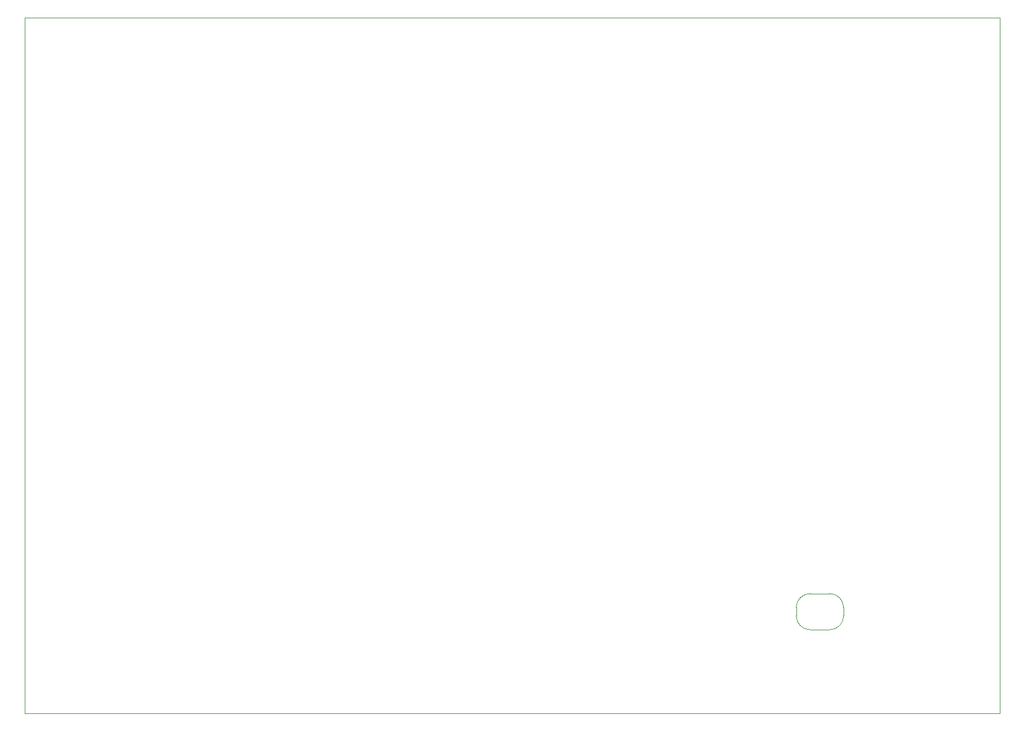
<source format=gbr>
%TF.GenerationSoftware,KiCad,Pcbnew,8.0.1*%
%TF.CreationDate,2024-04-21T01:25:57+02:00*%
%TF.ProjectId,EKO_MyMiner,454b4f5f-4d79-44d6-996e-65722e6b6963,rev?*%
%TF.SameCoordinates,Original*%
%TF.FileFunction,Profile,NP*%
%FSLAX46Y46*%
G04 Gerber Fmt 4.6, Leading zero omitted, Abs format (unit mm)*
G04 Created by KiCad (PCBNEW 8.0.1) date 2024-04-21 01:25:57*
%MOMM*%
%LPD*%
G01*
G04 APERTURE LIST*
%TA.AperFunction,Profile*%
%ADD10C,0.100000*%
%TD*%
G04 APERTURE END LIST*
D10*
X195832000Y-124932000D02*
X195832000Y-126132000D01*
X195832000Y-126132000D02*
G75*
G02*
X193832000Y-128132000I-2000000J0D01*
G01*
X191032000Y-128132000D02*
G75*
G02*
X189032000Y-126132000I0J2000000D01*
G01*
X189032000Y-124932000D02*
G75*
G02*
X191032000Y-122932000I2000000J0D01*
G01*
X193832000Y-122932000D02*
G75*
G02*
X195832000Y-124932000I0J-2000000D01*
G01*
X193832000Y-128132000D02*
X191032000Y-128132000D01*
X191032000Y-122932000D02*
X193832000Y-122932000D01*
X189032000Y-126132000D02*
X189032000Y-124932000D01*
X78232000Y-40132000D02*
X218232000Y-40132000D01*
X218232000Y-140132000D01*
X78232000Y-140132000D01*
X78232000Y-40132000D01*
M02*

</source>
